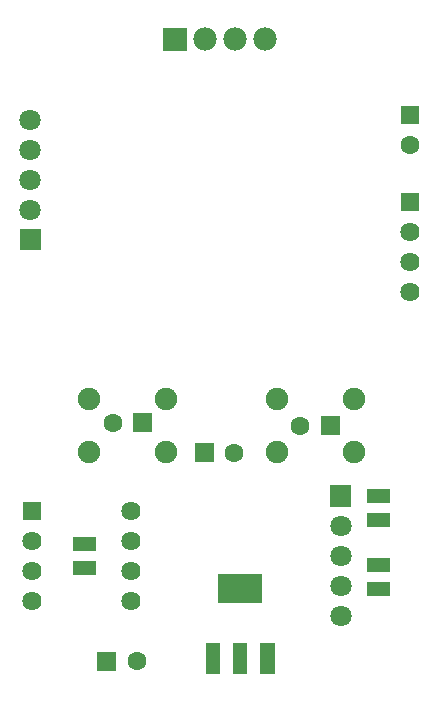
<source format=gts>
G04 Layer: TopSolderMaskLayer*
G04 EasyEDA v6.5.3, 2022-04-03 23:40:25*
G04 a321ff13c4ce4c21ba8c8ab1f3bc68dd,81413e43fb254311a4bdf48f3ba91f1a,10*
G04 Gerber Generator version 0.2*
G04 Scale: 100 percent, Rotated: No, Reflected: No *
G04 Dimensions in millimeters *
G04 leading zeros omitted , absolute positions ,4 integer and 5 decimal *
%FSLAX45Y45*%
%MOMM*%

%ADD32R,1.6256X1.6256*%
%ADD33C,1.6256*%
%ADD34C,1.6002*%
%ADD35R,1.6002X1.6002*%
%ADD37C,1.8016*%
%ADD39C,1.9016*%
%ADD43C,1.9812*%

%LPD*%
D32*
G01*
X939800Y9017000D03*
D33*
G01*
X939800Y8763000D03*
G01*
X939800Y8509000D03*
G01*
X939800Y8255000D03*
D34*
G01*
X3213100Y9740900D03*
G36*
X3387090Y9660889D02*
G01*
X3387090Y9820910D01*
X3547109Y9820910D01*
X3547109Y9660889D01*
G37*
G36*
X836929Y11225529D02*
G01*
X836929Y11405870D01*
X1017270Y11405870D01*
X1017270Y11225529D01*
G37*
D37*
G01*
X927100Y11569700D03*
G01*
X927100Y11823700D03*
G01*
X927100Y12077700D03*
G01*
X927100Y12331700D03*
D34*
G01*
X1828825Y7747000D03*
G36*
X1494789Y7666989D02*
G01*
X1494789Y7827010D01*
X1654810Y7827010D01*
X1654810Y7666989D01*
G37*
G36*
X3465829Y9053829D02*
G01*
X3465829Y9234170D01*
X3646170Y9234170D01*
X3646170Y9053829D01*
G37*
D37*
G01*
X3556000Y8890000D03*
G01*
X3556000Y8636000D03*
G01*
X3556000Y8382000D03*
G01*
X3556000Y8128000D03*
D33*
G01*
X1778000Y9017000D03*
G01*
X1778000Y8763000D03*
G01*
X1778000Y8509000D03*
G01*
X1778000Y8255000D03*
D34*
G01*
X1625600Y9766300D03*
G36*
X1799589Y9686289D02*
G01*
X1799589Y9846310D01*
X1959609Y9846310D01*
X1959609Y9686289D01*
G37*
D32*
G01*
X4140200Y11633200D03*
D33*
G01*
X4140200Y11379200D03*
G01*
X4140200Y11125200D03*
G01*
X4140200Y10871200D03*
D34*
G01*
X4140200Y12115800D03*
D35*
G01*
X4140200Y12369800D03*
D34*
G01*
X2654300Y9512300D03*
G36*
X2320290Y9432289D02*
G01*
X2320290Y9592310D01*
X2480309Y9592310D01*
X2480309Y9432289D01*
G37*
G36*
X1287526Y8680958D02*
G01*
X1287526Y8795004D01*
X1481073Y8795004D01*
X1481073Y8680958D01*
G37*
G36*
X1287526Y8476995D02*
G01*
X1287526Y8591042D01*
X1481073Y8591042D01*
X1481073Y8476995D01*
G37*
G36*
X3776725Y8883395D02*
G01*
X3776725Y8997442D01*
X3970274Y8997442D01*
X3970274Y8883395D01*
G37*
G36*
X3776725Y9087358D02*
G01*
X3776725Y9201404D01*
X3970274Y9201404D01*
X3970274Y9087358D01*
G37*
G36*
X3776725Y8503158D02*
G01*
X3776725Y8617204D01*
X3970274Y8617204D01*
X3970274Y8503158D01*
G37*
G36*
X3776725Y8299195D02*
G01*
X3776725Y8413242D01*
X3970274Y8413242D01*
X3970274Y8299195D01*
G37*
D39*
G01*
X3014979Y9965944D03*
G01*
X3014979Y9515855D03*
G01*
X3665220Y9965944D03*
G01*
X3665220Y9515855D03*
G36*
X2519934Y8239505D02*
G01*
X2519934Y8483600D01*
X2890265Y8483600D01*
X2890265Y8239505D01*
G37*
G36*
X2875025Y7637526D02*
G01*
X2875025Y7897621D01*
X2995168Y7897621D01*
X2995168Y7637526D01*
G37*
G36*
X2644902Y7637526D02*
G01*
X2644902Y7897621D01*
X2765297Y7897621D01*
X2765297Y7637526D01*
G37*
G36*
X2415031Y7637526D02*
G01*
X2415031Y7897621D01*
X2535174Y7897621D01*
X2535174Y7637526D01*
G37*
G36*
X2054097Y12912344D02*
G01*
X2054097Y13110463D01*
X2252218Y13110463D01*
X2252218Y12912344D01*
G37*
D43*
G01*
X2407107Y13011378D03*
G01*
X2661107Y13011378D03*
G01*
X2915107Y13011378D03*
D39*
G01*
X1427479Y9965944D03*
G01*
X1427479Y9515855D03*
G01*
X2077720Y9965944D03*
G01*
X2077720Y9515855D03*
M02*

</source>
